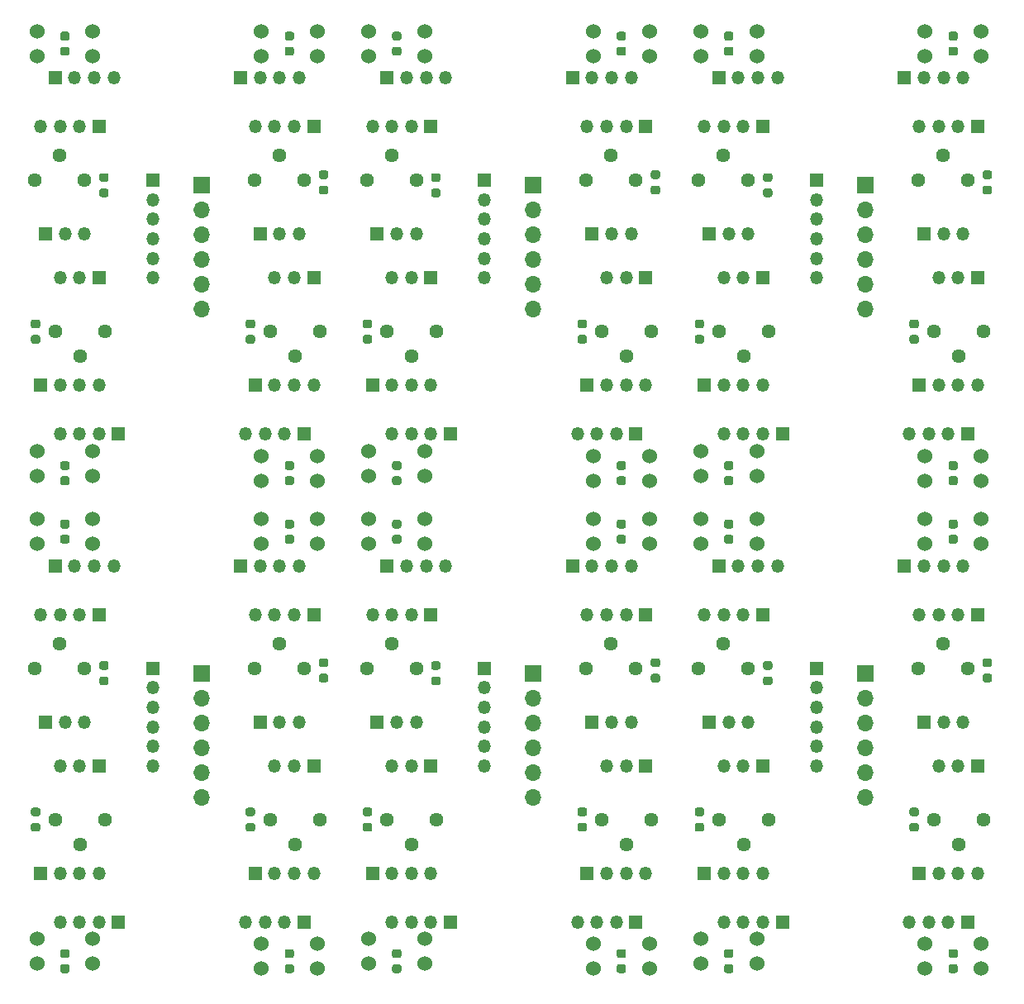
<source format=gts>
%TF.GenerationSoftware,KiCad,Pcbnew,(5.1.8)-1*%
%TF.CreationDate,2021-01-20T16:08:38+09:00*%
%TF.ProjectId,LineSensorVer2,4c696e65-5365-46e7-936f-72566572322e,rev?*%
%TF.SameCoordinates,Original*%
%TF.FileFunction,Soldermask,Top*%
%TF.FilePolarity,Negative*%
%FSLAX46Y46*%
G04 Gerber Fmt 4.6, Leading zero omitted, Abs format (unit mm)*
G04 Created by KiCad (PCBNEW (5.1.8)-1) date 2021-01-20 16:08:38*
%MOMM*%
%LPD*%
G01*
G04 APERTURE LIST*
%ADD10R,1.350000X1.350000*%
%ADD11O,1.350000X1.350000*%
%ADD12C,1.440000*%
%ADD13C,1.524000*%
%ADD14R,1.700000X1.700000*%
%ADD15O,1.700000X1.700000*%
G04 APERTURE END LIST*
D10*
%TO.C,J10*%
X75250000Y-85500000D03*
D11*
X77250000Y-85500000D03*
X79250000Y-85500000D03*
X81250000Y-85500000D03*
%TD*%
D10*
%TO.C,J6*%
X93250000Y-74500000D03*
D11*
X91250000Y-74500000D03*
X89250000Y-74500000D03*
%TD*%
D12*
%TO.C,RV1*%
X86670000Y-64500000D03*
X89210000Y-61960000D03*
X91750000Y-64500000D03*
%TD*%
D13*
%TO.C,U1*%
X92625000Y-51770000D03*
X92625000Y-49230000D03*
X86875000Y-49230000D03*
X86875000Y-51770000D03*
%TD*%
D10*
%TO.C,J14*%
X115250000Y-74500000D03*
D11*
X113250000Y-74500000D03*
X111250000Y-74500000D03*
%TD*%
D10*
%TO.C,J5*%
X95250000Y-90500000D03*
D11*
X93250000Y-90500000D03*
X91250000Y-90500000D03*
X89250000Y-90500000D03*
%TD*%
D10*
%TO.C,J2*%
X88750000Y-54000000D03*
D11*
X90750000Y-54000000D03*
X92750000Y-54000000D03*
X94750000Y-54000000D03*
%TD*%
%TO.C,C13*%
G36*
G01*
X113000000Y-95725000D02*
X112500000Y-95725000D01*
G75*
G02*
X112275000Y-95500000I0J225000D01*
G01*
X112275000Y-95050000D01*
G75*
G02*
X112500000Y-94825000I225000J0D01*
G01*
X113000000Y-94825000D01*
G75*
G02*
X113225000Y-95050000I0J-225000D01*
G01*
X113225000Y-95500000D01*
G75*
G02*
X113000000Y-95725000I-225000J0D01*
G01*
G37*
G36*
G01*
X113000000Y-94175000D02*
X112500000Y-94175000D01*
G75*
G02*
X112275000Y-93950000I0J225000D01*
G01*
X112275000Y-93500000D01*
G75*
G02*
X112500000Y-93275000I225000J0D01*
G01*
X113000000Y-93275000D01*
G75*
G02*
X113225000Y-93500000I0J-225000D01*
G01*
X113225000Y-93950000D01*
G75*
G02*
X113000000Y-94175000I-225000J0D01*
G01*
G37*
%TD*%
D10*
%TO.C,J12*%
X98750000Y-64500000D03*
D11*
X98750000Y-66500000D03*
X98750000Y-68500000D03*
X98750000Y-70500000D03*
X98750000Y-72500000D03*
X98750000Y-74500000D03*
%TD*%
%TO.C,D2*%
G36*
G01*
X93493750Y-63775000D02*
X94006250Y-63775000D01*
G75*
G02*
X94225000Y-63993750I0J-218750D01*
G01*
X94225000Y-64431250D01*
G75*
G02*
X94006250Y-64650000I-218750J0D01*
G01*
X93493750Y-64650000D01*
G75*
G02*
X93275000Y-64431250I0J218750D01*
G01*
X93275000Y-63993750D01*
G75*
G02*
X93493750Y-63775000I218750J0D01*
G01*
G37*
G36*
G01*
X93493750Y-65350000D02*
X94006250Y-65350000D01*
G75*
G02*
X94225000Y-65568750I0J-218750D01*
G01*
X94225000Y-66006250D01*
G75*
G02*
X94006250Y-66225000I-218750J0D01*
G01*
X93493750Y-66225000D01*
G75*
G02*
X93275000Y-66006250I0J218750D01*
G01*
X93275000Y-65568750D01*
G75*
G02*
X93493750Y-65350000I218750J0D01*
G01*
G37*
%TD*%
D10*
%TO.C,J10*%
X109250000Y-85500000D03*
D11*
X111250000Y-85500000D03*
X113250000Y-85500000D03*
X115250000Y-85500000D03*
%TD*%
%TO.C,C9*%
G36*
G01*
X113000000Y-51725000D02*
X112500000Y-51725000D01*
G75*
G02*
X112275000Y-51500000I0J225000D01*
G01*
X112275000Y-51050000D01*
G75*
G02*
X112500000Y-50825000I225000J0D01*
G01*
X113000000Y-50825000D01*
G75*
G02*
X113225000Y-51050000I0J-225000D01*
G01*
X113225000Y-51500000D01*
G75*
G02*
X113000000Y-51725000I-225000J0D01*
G01*
G37*
G36*
G01*
X113000000Y-50175000D02*
X112500000Y-50175000D01*
G75*
G02*
X112275000Y-49950000I0J225000D01*
G01*
X112275000Y-49500000D01*
G75*
G02*
X112500000Y-49275000I225000J0D01*
G01*
X113000000Y-49275000D01*
G75*
G02*
X113225000Y-49500000I0J-225000D01*
G01*
X113225000Y-49950000D01*
G75*
G02*
X113000000Y-50175000I-225000J0D01*
G01*
G37*
%TD*%
D13*
%TO.C,U3*%
X109875000Y-49230000D03*
X109875000Y-51770000D03*
X115625000Y-51770000D03*
X115625000Y-49230000D03*
%TD*%
%TO.C,U4*%
X109875000Y-92730000D03*
X109875000Y-95270000D03*
X115625000Y-95270000D03*
X115625000Y-92730000D03*
%TD*%
%TO.C,U2*%
X92625000Y-94770000D03*
X92625000Y-92230000D03*
X86875000Y-92230000D03*
X86875000Y-94770000D03*
%TD*%
D10*
%TO.C,J11*%
X114250000Y-90500000D03*
D11*
X112250000Y-90500000D03*
X110250000Y-90500000D03*
X108250000Y-90500000D03*
%TD*%
D10*
%TO.C,J8*%
X107750000Y-54000000D03*
D11*
X109750000Y-54000000D03*
X111750000Y-54000000D03*
X113750000Y-54000000D03*
%TD*%
D12*
%TO.C,RV3*%
X109170000Y-64500000D03*
X111710000Y-61960000D03*
X114250000Y-64500000D03*
%TD*%
D10*
%TO.C,J1*%
X93250000Y-59000000D03*
D11*
X91250000Y-59000000D03*
X89250000Y-59000000D03*
X87250000Y-59000000D03*
%TD*%
%TO.C,D6*%
G36*
G01*
X115993750Y-63487500D02*
X116506250Y-63487500D01*
G75*
G02*
X116725000Y-63706250I0J-218750D01*
G01*
X116725000Y-64143750D01*
G75*
G02*
X116506250Y-64362500I-218750J0D01*
G01*
X115993750Y-64362500D01*
G75*
G02*
X115775000Y-64143750I0J218750D01*
G01*
X115775000Y-63706250D01*
G75*
G02*
X115993750Y-63487500I218750J0D01*
G01*
G37*
G36*
G01*
X115993750Y-65062500D02*
X116506250Y-65062500D01*
G75*
G02*
X116725000Y-65281250I0J-218750D01*
G01*
X116725000Y-65718750D01*
G75*
G02*
X116506250Y-65937500I-218750J0D01*
G01*
X115993750Y-65937500D01*
G75*
G02*
X115775000Y-65718750I0J218750D01*
G01*
X115775000Y-65281250D01*
G75*
G02*
X115993750Y-65062500I218750J0D01*
G01*
G37*
%TD*%
D10*
%TO.C,J3*%
X87750000Y-70000000D03*
D11*
X89750000Y-70000000D03*
X91750000Y-70000000D03*
%TD*%
D14*
%TO.C,J13*%
X103750000Y-65000000D03*
D15*
X103750000Y-67540000D03*
X103750000Y-70080000D03*
X103750000Y-72620000D03*
X103750000Y-75160000D03*
X103750000Y-77700000D03*
%TD*%
D10*
%TO.C,J7*%
X115250000Y-59000000D03*
D11*
X113250000Y-59000000D03*
X111250000Y-59000000D03*
X109250000Y-59000000D03*
%TD*%
D12*
%TO.C,RV2*%
X93830000Y-80000000D03*
X91290000Y-82540000D03*
X88750000Y-80000000D03*
%TD*%
%TO.C,RV4*%
X115830000Y-80000000D03*
X113290000Y-82540000D03*
X110750000Y-80000000D03*
%TD*%
D10*
%TO.C,J9*%
X109750000Y-70000000D03*
D11*
X111750000Y-70000000D03*
X113750000Y-70000000D03*
%TD*%
%TO.C,D4*%
G36*
G01*
X87006250Y-81225000D02*
X86493750Y-81225000D01*
G75*
G02*
X86275000Y-81006250I0J218750D01*
G01*
X86275000Y-80568750D01*
G75*
G02*
X86493750Y-80350000I218750J0D01*
G01*
X87006250Y-80350000D01*
G75*
G02*
X87225000Y-80568750I0J-218750D01*
G01*
X87225000Y-81006250D01*
G75*
G02*
X87006250Y-81225000I-218750J0D01*
G01*
G37*
G36*
G01*
X87006250Y-79650000D02*
X86493750Y-79650000D01*
G75*
G02*
X86275000Y-79431250I0J218750D01*
G01*
X86275000Y-78993750D01*
G75*
G02*
X86493750Y-78775000I218750J0D01*
G01*
X87006250Y-78775000D01*
G75*
G02*
X87225000Y-78993750I0J-218750D01*
G01*
X87225000Y-79431250D01*
G75*
G02*
X87006250Y-79650000I-218750J0D01*
G01*
G37*
%TD*%
D10*
%TO.C,J4*%
X87250000Y-85500000D03*
D11*
X89250000Y-85500000D03*
X91250000Y-85500000D03*
X93250000Y-85500000D03*
%TD*%
%TO.C,D8*%
G36*
G01*
X109006250Y-81225000D02*
X108493750Y-81225000D01*
G75*
G02*
X108275000Y-81006250I0J218750D01*
G01*
X108275000Y-80568750D01*
G75*
G02*
X108493750Y-80350000I218750J0D01*
G01*
X109006250Y-80350000D01*
G75*
G02*
X109225000Y-80568750I0J-218750D01*
G01*
X109225000Y-81006250D01*
G75*
G02*
X109006250Y-81225000I-218750J0D01*
G01*
G37*
G36*
G01*
X109006250Y-79650000D02*
X108493750Y-79650000D01*
G75*
G02*
X108275000Y-79431250I0J218750D01*
G01*
X108275000Y-78993750D01*
G75*
G02*
X108493750Y-78775000I218750J0D01*
G01*
X109006250Y-78775000D01*
G75*
G02*
X109225000Y-78993750I0J-218750D01*
G01*
X109225000Y-79431250D01*
G75*
G02*
X109006250Y-79650000I-218750J0D01*
G01*
G37*
%TD*%
%TO.C,C6*%
G36*
G01*
X90000000Y-95725000D02*
X89500000Y-95725000D01*
G75*
G02*
X89275000Y-95500000I0J225000D01*
G01*
X89275000Y-95050000D01*
G75*
G02*
X89500000Y-94825000I225000J0D01*
G01*
X90000000Y-94825000D01*
G75*
G02*
X90225000Y-95050000I0J-225000D01*
G01*
X90225000Y-95500000D01*
G75*
G02*
X90000000Y-95725000I-225000J0D01*
G01*
G37*
G36*
G01*
X90000000Y-94175000D02*
X89500000Y-94175000D01*
G75*
G02*
X89275000Y-93950000I0J225000D01*
G01*
X89275000Y-93500000D01*
G75*
G02*
X89500000Y-93275000I225000J0D01*
G01*
X90000000Y-93275000D01*
G75*
G02*
X90225000Y-93500000I0J-225000D01*
G01*
X90225000Y-93950000D01*
G75*
G02*
X90000000Y-94175000I-225000J0D01*
G01*
G37*
%TD*%
%TO.C,C3*%
G36*
G01*
X89500000Y-49275000D02*
X90000000Y-49275000D01*
G75*
G02*
X90225000Y-49500000I0J-225000D01*
G01*
X90225000Y-49950000D01*
G75*
G02*
X90000000Y-50175000I-225000J0D01*
G01*
X89500000Y-50175000D01*
G75*
G02*
X89275000Y-49950000I0J225000D01*
G01*
X89275000Y-49500000D01*
G75*
G02*
X89500000Y-49275000I225000J0D01*
G01*
G37*
G36*
G01*
X89500000Y-50825000D02*
X90000000Y-50825000D01*
G75*
G02*
X90225000Y-51050000I0J-225000D01*
G01*
X90225000Y-51500000D01*
G75*
G02*
X90000000Y-51725000I-225000J0D01*
G01*
X89500000Y-51725000D01*
G75*
G02*
X89275000Y-51500000I0J225000D01*
G01*
X89275000Y-51050000D01*
G75*
G02*
X89500000Y-50825000I225000J0D01*
G01*
G37*
%TD*%
%TO.C,J9*%
X147750000Y-70000000D03*
X145750000Y-70000000D03*
D10*
X143750000Y-70000000D03*
%TD*%
%TO.C,D4*%
G36*
G01*
X121006250Y-79650000D02*
X120493750Y-79650000D01*
G75*
G02*
X120275000Y-79431250I0J218750D01*
G01*
X120275000Y-78993750D01*
G75*
G02*
X120493750Y-78775000I218750J0D01*
G01*
X121006250Y-78775000D01*
G75*
G02*
X121225000Y-78993750I0J-218750D01*
G01*
X121225000Y-79431250D01*
G75*
G02*
X121006250Y-79650000I-218750J0D01*
G01*
G37*
G36*
G01*
X121006250Y-81225000D02*
X120493750Y-81225000D01*
G75*
G02*
X120275000Y-81006250I0J218750D01*
G01*
X120275000Y-80568750D01*
G75*
G02*
X120493750Y-80350000I218750J0D01*
G01*
X121006250Y-80350000D01*
G75*
G02*
X121225000Y-80568750I0J-218750D01*
G01*
X121225000Y-81006250D01*
G75*
G02*
X121006250Y-81225000I-218750J0D01*
G01*
G37*
%TD*%
%TO.C,C3*%
G36*
G01*
X123500000Y-50825000D02*
X124000000Y-50825000D01*
G75*
G02*
X124225000Y-51050000I0J-225000D01*
G01*
X124225000Y-51500000D01*
G75*
G02*
X124000000Y-51725000I-225000J0D01*
G01*
X123500000Y-51725000D01*
G75*
G02*
X123275000Y-51500000I0J225000D01*
G01*
X123275000Y-51050000D01*
G75*
G02*
X123500000Y-50825000I225000J0D01*
G01*
G37*
G36*
G01*
X123500000Y-49275000D02*
X124000000Y-49275000D01*
G75*
G02*
X124225000Y-49500000I0J-225000D01*
G01*
X124225000Y-49950000D01*
G75*
G02*
X124000000Y-50175000I-225000J0D01*
G01*
X123500000Y-50175000D01*
G75*
G02*
X123275000Y-49950000I0J225000D01*
G01*
X123275000Y-49500000D01*
G75*
G02*
X123500000Y-49275000I225000J0D01*
G01*
G37*
%TD*%
D11*
%TO.C,J4*%
X127250000Y-85500000D03*
X125250000Y-85500000D03*
X123250000Y-85500000D03*
D10*
X121250000Y-85500000D03*
%TD*%
%TO.C,C6*%
G36*
G01*
X124000000Y-94175000D02*
X123500000Y-94175000D01*
G75*
G02*
X123275000Y-93950000I0J225000D01*
G01*
X123275000Y-93500000D01*
G75*
G02*
X123500000Y-93275000I225000J0D01*
G01*
X124000000Y-93275000D01*
G75*
G02*
X124225000Y-93500000I0J-225000D01*
G01*
X124225000Y-93950000D01*
G75*
G02*
X124000000Y-94175000I-225000J0D01*
G01*
G37*
G36*
G01*
X124000000Y-95725000D02*
X123500000Y-95725000D01*
G75*
G02*
X123275000Y-95500000I0J225000D01*
G01*
X123275000Y-95050000D01*
G75*
G02*
X123500000Y-94825000I225000J0D01*
G01*
X124000000Y-94825000D01*
G75*
G02*
X124225000Y-95050000I0J-225000D01*
G01*
X124225000Y-95500000D01*
G75*
G02*
X124000000Y-95725000I-225000J0D01*
G01*
G37*
%TD*%
%TO.C,D8*%
G36*
G01*
X143006250Y-79650000D02*
X142493750Y-79650000D01*
G75*
G02*
X142275000Y-79431250I0J218750D01*
G01*
X142275000Y-78993750D01*
G75*
G02*
X142493750Y-78775000I218750J0D01*
G01*
X143006250Y-78775000D01*
G75*
G02*
X143225000Y-78993750I0J-218750D01*
G01*
X143225000Y-79431250D01*
G75*
G02*
X143006250Y-79650000I-218750J0D01*
G01*
G37*
G36*
G01*
X143006250Y-81225000D02*
X142493750Y-81225000D01*
G75*
G02*
X142275000Y-81006250I0J218750D01*
G01*
X142275000Y-80568750D01*
G75*
G02*
X142493750Y-80350000I218750J0D01*
G01*
X143006250Y-80350000D01*
G75*
G02*
X143225000Y-80568750I0J-218750D01*
G01*
X143225000Y-81006250D01*
G75*
G02*
X143006250Y-81225000I-218750J0D01*
G01*
G37*
%TD*%
D11*
%TO.C,J6*%
X123250000Y-74500000D03*
X125250000Y-74500000D03*
D10*
X127250000Y-74500000D03*
%TD*%
D11*
%TO.C,J14*%
X145250000Y-74500000D03*
X147250000Y-74500000D03*
D10*
X149250000Y-74500000D03*
%TD*%
D11*
%TO.C,J5*%
X123250000Y-90500000D03*
X125250000Y-90500000D03*
X127250000Y-90500000D03*
D10*
X129250000Y-90500000D03*
%TD*%
%TO.C,C13*%
G36*
G01*
X147000000Y-94175000D02*
X146500000Y-94175000D01*
G75*
G02*
X146275000Y-93950000I0J225000D01*
G01*
X146275000Y-93500000D01*
G75*
G02*
X146500000Y-93275000I225000J0D01*
G01*
X147000000Y-93275000D01*
G75*
G02*
X147225000Y-93500000I0J-225000D01*
G01*
X147225000Y-93950000D01*
G75*
G02*
X147000000Y-94175000I-225000J0D01*
G01*
G37*
G36*
G01*
X147000000Y-95725000D02*
X146500000Y-95725000D01*
G75*
G02*
X146275000Y-95500000I0J225000D01*
G01*
X146275000Y-95050000D01*
G75*
G02*
X146500000Y-94825000I225000J0D01*
G01*
X147000000Y-94825000D01*
G75*
G02*
X147225000Y-95050000I0J-225000D01*
G01*
X147225000Y-95500000D01*
G75*
G02*
X147000000Y-95725000I-225000J0D01*
G01*
G37*
%TD*%
D11*
%TO.C,J12*%
X132750000Y-74500000D03*
X132750000Y-72500000D03*
X132750000Y-70500000D03*
X132750000Y-68500000D03*
X132750000Y-66500000D03*
D10*
X132750000Y-64500000D03*
%TD*%
%TO.C,D2*%
G36*
G01*
X127493750Y-65350000D02*
X128006250Y-65350000D01*
G75*
G02*
X128225000Y-65568750I0J-218750D01*
G01*
X128225000Y-66006250D01*
G75*
G02*
X128006250Y-66225000I-218750J0D01*
G01*
X127493750Y-66225000D01*
G75*
G02*
X127275000Y-66006250I0J218750D01*
G01*
X127275000Y-65568750D01*
G75*
G02*
X127493750Y-65350000I218750J0D01*
G01*
G37*
G36*
G01*
X127493750Y-63775000D02*
X128006250Y-63775000D01*
G75*
G02*
X128225000Y-63993750I0J-218750D01*
G01*
X128225000Y-64431250D01*
G75*
G02*
X128006250Y-64650000I-218750J0D01*
G01*
X127493750Y-64650000D01*
G75*
G02*
X127275000Y-64431250I0J218750D01*
G01*
X127275000Y-63993750D01*
G75*
G02*
X127493750Y-63775000I218750J0D01*
G01*
G37*
%TD*%
D13*
%TO.C,U1*%
X120875000Y-51770000D03*
X120875000Y-49230000D03*
X126625000Y-49230000D03*
X126625000Y-51770000D03*
%TD*%
D11*
%TO.C,J10*%
X149250000Y-85500000D03*
X147250000Y-85500000D03*
X145250000Y-85500000D03*
D10*
X143250000Y-85500000D03*
%TD*%
D11*
%TO.C,J2*%
X128750000Y-54000000D03*
X126750000Y-54000000D03*
X124750000Y-54000000D03*
D10*
X122750000Y-54000000D03*
%TD*%
%TO.C,C9*%
G36*
G01*
X147000000Y-50175000D02*
X146500000Y-50175000D01*
G75*
G02*
X146275000Y-49950000I0J225000D01*
G01*
X146275000Y-49500000D01*
G75*
G02*
X146500000Y-49275000I225000J0D01*
G01*
X147000000Y-49275000D01*
G75*
G02*
X147225000Y-49500000I0J-225000D01*
G01*
X147225000Y-49950000D01*
G75*
G02*
X147000000Y-50175000I-225000J0D01*
G01*
G37*
G36*
G01*
X147000000Y-51725000D02*
X146500000Y-51725000D01*
G75*
G02*
X146275000Y-51500000I0J225000D01*
G01*
X146275000Y-51050000D01*
G75*
G02*
X146500000Y-50825000I225000J0D01*
G01*
X147000000Y-50825000D01*
G75*
G02*
X147225000Y-51050000I0J-225000D01*
G01*
X147225000Y-51500000D01*
G75*
G02*
X147000000Y-51725000I-225000J0D01*
G01*
G37*
%TD*%
D12*
%TO.C,RV1*%
X125750000Y-64500000D03*
X123210000Y-61960000D03*
X120670000Y-64500000D03*
%TD*%
D13*
%TO.C,U3*%
X149625000Y-49230000D03*
X149625000Y-51770000D03*
X143875000Y-51770000D03*
X143875000Y-49230000D03*
%TD*%
%TO.C,D6*%
G36*
G01*
X149993750Y-65062500D02*
X150506250Y-65062500D01*
G75*
G02*
X150725000Y-65281250I0J-218750D01*
G01*
X150725000Y-65718750D01*
G75*
G02*
X150506250Y-65937500I-218750J0D01*
G01*
X149993750Y-65937500D01*
G75*
G02*
X149775000Y-65718750I0J218750D01*
G01*
X149775000Y-65281250D01*
G75*
G02*
X149993750Y-65062500I218750J0D01*
G01*
G37*
G36*
G01*
X149993750Y-63487500D02*
X150506250Y-63487500D01*
G75*
G02*
X150725000Y-63706250I0J-218750D01*
G01*
X150725000Y-64143750D01*
G75*
G02*
X150506250Y-64362500I-218750J0D01*
G01*
X149993750Y-64362500D01*
G75*
G02*
X149775000Y-64143750I0J218750D01*
G01*
X149775000Y-63706250D01*
G75*
G02*
X149993750Y-63487500I218750J0D01*
G01*
G37*
%TD*%
D11*
%TO.C,J3*%
X125750000Y-70000000D03*
X123750000Y-70000000D03*
D10*
X121750000Y-70000000D03*
%TD*%
D11*
%TO.C,J1*%
X121250000Y-59000000D03*
X123250000Y-59000000D03*
X125250000Y-59000000D03*
D10*
X127250000Y-59000000D03*
%TD*%
D13*
%TO.C,U4*%
X149625000Y-92730000D03*
X149625000Y-95270000D03*
X143875000Y-95270000D03*
X143875000Y-92730000D03*
%TD*%
D15*
%TO.C,J13*%
X137750000Y-77700000D03*
X137750000Y-75160000D03*
X137750000Y-72620000D03*
X137750000Y-70080000D03*
X137750000Y-67540000D03*
D14*
X137750000Y-65000000D03*
%TD*%
D13*
%TO.C,U2*%
X120875000Y-94770000D03*
X120875000Y-92230000D03*
X126625000Y-92230000D03*
X126625000Y-94770000D03*
%TD*%
D12*
%TO.C,RV2*%
X122750000Y-80000000D03*
X125290000Y-82540000D03*
X127830000Y-80000000D03*
%TD*%
%TO.C,RV3*%
X148250000Y-64500000D03*
X145710000Y-61960000D03*
X143170000Y-64500000D03*
%TD*%
D11*
%TO.C,J7*%
X143250000Y-59000000D03*
X145250000Y-59000000D03*
X147250000Y-59000000D03*
D10*
X149250000Y-59000000D03*
%TD*%
D11*
%TO.C,J11*%
X142250000Y-90500000D03*
X144250000Y-90500000D03*
X146250000Y-90500000D03*
D10*
X148250000Y-90500000D03*
%TD*%
D11*
%TO.C,J8*%
X147750000Y-54000000D03*
X145750000Y-54000000D03*
X143750000Y-54000000D03*
D10*
X141750000Y-54000000D03*
%TD*%
D12*
%TO.C,RV4*%
X144750000Y-80000000D03*
X147290000Y-82540000D03*
X149830000Y-80000000D03*
%TD*%
%TO.C,C3*%
G36*
G01*
X55500000Y-49275000D02*
X56000000Y-49275000D01*
G75*
G02*
X56225000Y-49500000I0J-225000D01*
G01*
X56225000Y-49950000D01*
G75*
G02*
X56000000Y-50175000I-225000J0D01*
G01*
X55500000Y-50175000D01*
G75*
G02*
X55275000Y-49950000I0J225000D01*
G01*
X55275000Y-49500000D01*
G75*
G02*
X55500000Y-49275000I225000J0D01*
G01*
G37*
G36*
G01*
X55500000Y-50825000D02*
X56000000Y-50825000D01*
G75*
G02*
X56225000Y-51050000I0J-225000D01*
G01*
X56225000Y-51500000D01*
G75*
G02*
X56000000Y-51725000I-225000J0D01*
G01*
X55500000Y-51725000D01*
G75*
G02*
X55275000Y-51500000I0J225000D01*
G01*
X55275000Y-51050000D01*
G75*
G02*
X55500000Y-50825000I225000J0D01*
G01*
G37*
%TD*%
D10*
%TO.C,J4*%
X53250000Y-85500000D03*
D11*
X55250000Y-85500000D03*
X57250000Y-85500000D03*
X59250000Y-85500000D03*
%TD*%
D10*
%TO.C,J9*%
X75750000Y-70000000D03*
D11*
X77750000Y-70000000D03*
X79750000Y-70000000D03*
%TD*%
%TO.C,D4*%
G36*
G01*
X53006250Y-81225000D02*
X52493750Y-81225000D01*
G75*
G02*
X52275000Y-81006250I0J218750D01*
G01*
X52275000Y-80568750D01*
G75*
G02*
X52493750Y-80350000I218750J0D01*
G01*
X53006250Y-80350000D01*
G75*
G02*
X53225000Y-80568750I0J-218750D01*
G01*
X53225000Y-81006250D01*
G75*
G02*
X53006250Y-81225000I-218750J0D01*
G01*
G37*
G36*
G01*
X53006250Y-79650000D02*
X52493750Y-79650000D01*
G75*
G02*
X52275000Y-79431250I0J218750D01*
G01*
X52275000Y-78993750D01*
G75*
G02*
X52493750Y-78775000I218750J0D01*
G01*
X53006250Y-78775000D01*
G75*
G02*
X53225000Y-78993750I0J-218750D01*
G01*
X53225000Y-79431250D01*
G75*
G02*
X53006250Y-79650000I-218750J0D01*
G01*
G37*
%TD*%
%TO.C,C6*%
G36*
G01*
X56000000Y-95725000D02*
X55500000Y-95725000D01*
G75*
G02*
X55275000Y-95500000I0J225000D01*
G01*
X55275000Y-95050000D01*
G75*
G02*
X55500000Y-94825000I225000J0D01*
G01*
X56000000Y-94825000D01*
G75*
G02*
X56225000Y-95050000I0J-225000D01*
G01*
X56225000Y-95500000D01*
G75*
G02*
X56000000Y-95725000I-225000J0D01*
G01*
G37*
G36*
G01*
X56000000Y-94175000D02*
X55500000Y-94175000D01*
G75*
G02*
X55275000Y-93950000I0J225000D01*
G01*
X55275000Y-93500000D01*
G75*
G02*
X55500000Y-93275000I225000J0D01*
G01*
X56000000Y-93275000D01*
G75*
G02*
X56225000Y-93500000I0J-225000D01*
G01*
X56225000Y-93950000D01*
G75*
G02*
X56000000Y-94175000I-225000J0D01*
G01*
G37*
%TD*%
%TO.C,D8*%
G36*
G01*
X75006250Y-81225000D02*
X74493750Y-81225000D01*
G75*
G02*
X74275000Y-81006250I0J218750D01*
G01*
X74275000Y-80568750D01*
G75*
G02*
X74493750Y-80350000I218750J0D01*
G01*
X75006250Y-80350000D01*
G75*
G02*
X75225000Y-80568750I0J-218750D01*
G01*
X75225000Y-81006250D01*
G75*
G02*
X75006250Y-81225000I-218750J0D01*
G01*
G37*
G36*
G01*
X75006250Y-79650000D02*
X74493750Y-79650000D01*
G75*
G02*
X74275000Y-79431250I0J218750D01*
G01*
X74275000Y-78993750D01*
G75*
G02*
X74493750Y-78775000I218750J0D01*
G01*
X75006250Y-78775000D01*
G75*
G02*
X75225000Y-78993750I0J-218750D01*
G01*
X75225000Y-79431250D01*
G75*
G02*
X75006250Y-79650000I-218750J0D01*
G01*
G37*
%TD*%
D10*
%TO.C,J6*%
X59250000Y-74500000D03*
D11*
X57250000Y-74500000D03*
X55250000Y-74500000D03*
%TD*%
D10*
%TO.C,J14*%
X81250000Y-74500000D03*
D11*
X79250000Y-74500000D03*
X77250000Y-74500000D03*
%TD*%
%TO.C,D2*%
G36*
G01*
X59493750Y-63775000D02*
X60006250Y-63775000D01*
G75*
G02*
X60225000Y-63993750I0J-218750D01*
G01*
X60225000Y-64431250D01*
G75*
G02*
X60006250Y-64650000I-218750J0D01*
G01*
X59493750Y-64650000D01*
G75*
G02*
X59275000Y-64431250I0J218750D01*
G01*
X59275000Y-63993750D01*
G75*
G02*
X59493750Y-63775000I218750J0D01*
G01*
G37*
G36*
G01*
X59493750Y-65350000D02*
X60006250Y-65350000D01*
G75*
G02*
X60225000Y-65568750I0J-218750D01*
G01*
X60225000Y-66006250D01*
G75*
G02*
X60006250Y-66225000I-218750J0D01*
G01*
X59493750Y-66225000D01*
G75*
G02*
X59275000Y-66006250I0J218750D01*
G01*
X59275000Y-65568750D01*
G75*
G02*
X59493750Y-65350000I218750J0D01*
G01*
G37*
%TD*%
D10*
%TO.C,J5*%
X61250000Y-90500000D03*
D11*
X59250000Y-90500000D03*
X57250000Y-90500000D03*
X55250000Y-90500000D03*
%TD*%
D10*
%TO.C,J12*%
X64750000Y-64500000D03*
D11*
X64750000Y-66500000D03*
X64750000Y-68500000D03*
X64750000Y-70500000D03*
X64750000Y-72500000D03*
X64750000Y-74500000D03*
%TD*%
%TO.C,C13*%
G36*
G01*
X79000000Y-95725000D02*
X78500000Y-95725000D01*
G75*
G02*
X78275000Y-95500000I0J225000D01*
G01*
X78275000Y-95050000D01*
G75*
G02*
X78500000Y-94825000I225000J0D01*
G01*
X79000000Y-94825000D01*
G75*
G02*
X79225000Y-95050000I0J-225000D01*
G01*
X79225000Y-95500000D01*
G75*
G02*
X79000000Y-95725000I-225000J0D01*
G01*
G37*
G36*
G01*
X79000000Y-94175000D02*
X78500000Y-94175000D01*
G75*
G02*
X78275000Y-93950000I0J225000D01*
G01*
X78275000Y-93500000D01*
G75*
G02*
X78500000Y-93275000I225000J0D01*
G01*
X79000000Y-93275000D01*
G75*
G02*
X79225000Y-93500000I0J-225000D01*
G01*
X79225000Y-93950000D01*
G75*
G02*
X79000000Y-94175000I-225000J0D01*
G01*
G37*
%TD*%
%TO.C,C9*%
G36*
G01*
X79000000Y-51725000D02*
X78500000Y-51725000D01*
G75*
G02*
X78275000Y-51500000I0J225000D01*
G01*
X78275000Y-51050000D01*
G75*
G02*
X78500000Y-50825000I225000J0D01*
G01*
X79000000Y-50825000D01*
G75*
G02*
X79225000Y-51050000I0J-225000D01*
G01*
X79225000Y-51500000D01*
G75*
G02*
X79000000Y-51725000I-225000J0D01*
G01*
G37*
G36*
G01*
X79000000Y-50175000D02*
X78500000Y-50175000D01*
G75*
G02*
X78275000Y-49950000I0J225000D01*
G01*
X78275000Y-49500000D01*
G75*
G02*
X78500000Y-49275000I225000J0D01*
G01*
X79000000Y-49275000D01*
G75*
G02*
X79225000Y-49500000I0J-225000D01*
G01*
X79225000Y-49950000D01*
G75*
G02*
X79000000Y-50175000I-225000J0D01*
G01*
G37*
%TD*%
D10*
%TO.C,J3*%
X53750000Y-70000000D03*
D11*
X55750000Y-70000000D03*
X57750000Y-70000000D03*
%TD*%
%TO.C,D6*%
G36*
G01*
X81993750Y-63487500D02*
X82506250Y-63487500D01*
G75*
G02*
X82725000Y-63706250I0J-218750D01*
G01*
X82725000Y-64143750D01*
G75*
G02*
X82506250Y-64362500I-218750J0D01*
G01*
X81993750Y-64362500D01*
G75*
G02*
X81775000Y-64143750I0J218750D01*
G01*
X81775000Y-63706250D01*
G75*
G02*
X81993750Y-63487500I218750J0D01*
G01*
G37*
G36*
G01*
X81993750Y-65062500D02*
X82506250Y-65062500D01*
G75*
G02*
X82725000Y-65281250I0J-218750D01*
G01*
X82725000Y-65718750D01*
G75*
G02*
X82506250Y-65937500I-218750J0D01*
G01*
X81993750Y-65937500D01*
G75*
G02*
X81775000Y-65718750I0J218750D01*
G01*
X81775000Y-65281250D01*
G75*
G02*
X81993750Y-65062500I218750J0D01*
G01*
G37*
%TD*%
D13*
%TO.C,U4*%
X75875000Y-92730000D03*
X75875000Y-95270000D03*
X81625000Y-95270000D03*
X81625000Y-92730000D03*
%TD*%
D14*
%TO.C,J13*%
X69750000Y-65000000D03*
D15*
X69750000Y-67540000D03*
X69750000Y-70080000D03*
X69750000Y-72620000D03*
X69750000Y-75160000D03*
X69750000Y-77700000D03*
%TD*%
D13*
%TO.C,U1*%
X58625000Y-51770000D03*
X58625000Y-49230000D03*
X52875000Y-49230000D03*
X52875000Y-51770000D03*
%TD*%
D10*
%TO.C,J7*%
X81250000Y-59000000D03*
D11*
X79250000Y-59000000D03*
X77250000Y-59000000D03*
X75250000Y-59000000D03*
%TD*%
D13*
%TO.C,U2*%
X58625000Y-94770000D03*
X58625000Y-92230000D03*
X52875000Y-92230000D03*
X52875000Y-94770000D03*
%TD*%
D10*
%TO.C,J11*%
X80250000Y-90500000D03*
D11*
X78250000Y-90500000D03*
X76250000Y-90500000D03*
X74250000Y-90500000D03*
%TD*%
D10*
%TO.C,J2*%
X54750000Y-54000000D03*
D11*
X56750000Y-54000000D03*
X58750000Y-54000000D03*
X60750000Y-54000000D03*
%TD*%
D10*
%TO.C,J8*%
X73750000Y-54000000D03*
D11*
X75750000Y-54000000D03*
X77750000Y-54000000D03*
X79750000Y-54000000D03*
%TD*%
D10*
%TO.C,J1*%
X59250000Y-59000000D03*
D11*
X57250000Y-59000000D03*
X55250000Y-59000000D03*
X53250000Y-59000000D03*
%TD*%
D13*
%TO.C,U3*%
X75875000Y-49230000D03*
X75875000Y-51770000D03*
X81625000Y-51770000D03*
X81625000Y-49230000D03*
%TD*%
D12*
%TO.C,RV3*%
X75170000Y-64500000D03*
X77710000Y-61960000D03*
X80250000Y-64500000D03*
%TD*%
%TO.C,RV1*%
X52670000Y-64500000D03*
X55210000Y-61960000D03*
X57750000Y-64500000D03*
%TD*%
%TO.C,RV2*%
X59830000Y-80000000D03*
X57290000Y-82540000D03*
X54750000Y-80000000D03*
%TD*%
%TO.C,RV4*%
X81830000Y-80000000D03*
X79290000Y-82540000D03*
X76750000Y-80000000D03*
%TD*%
%TO.C,C9*%
G36*
G01*
X147000000Y-100175000D02*
X146500000Y-100175000D01*
G75*
G02*
X146275000Y-99950000I0J225000D01*
G01*
X146275000Y-99500000D01*
G75*
G02*
X146500000Y-99275000I225000J0D01*
G01*
X147000000Y-99275000D01*
G75*
G02*
X147225000Y-99500000I0J-225000D01*
G01*
X147225000Y-99950000D01*
G75*
G02*
X147000000Y-100175000I-225000J0D01*
G01*
G37*
G36*
G01*
X147000000Y-101725000D02*
X146500000Y-101725000D01*
G75*
G02*
X146275000Y-101500000I0J225000D01*
G01*
X146275000Y-101050000D01*
G75*
G02*
X146500000Y-100825000I225000J0D01*
G01*
X147000000Y-100825000D01*
G75*
G02*
X147225000Y-101050000I0J-225000D01*
G01*
X147225000Y-101500000D01*
G75*
G02*
X147000000Y-101725000I-225000J0D01*
G01*
G37*
%TD*%
%TO.C,D2*%
G36*
G01*
X127493750Y-115350000D02*
X128006250Y-115350000D01*
G75*
G02*
X128225000Y-115568750I0J-218750D01*
G01*
X128225000Y-116006250D01*
G75*
G02*
X128006250Y-116225000I-218750J0D01*
G01*
X127493750Y-116225000D01*
G75*
G02*
X127275000Y-116006250I0J218750D01*
G01*
X127275000Y-115568750D01*
G75*
G02*
X127493750Y-115350000I218750J0D01*
G01*
G37*
G36*
G01*
X127493750Y-113775000D02*
X128006250Y-113775000D01*
G75*
G02*
X128225000Y-113993750I0J-218750D01*
G01*
X128225000Y-114431250D01*
G75*
G02*
X128006250Y-114650000I-218750J0D01*
G01*
X127493750Y-114650000D01*
G75*
G02*
X127275000Y-114431250I0J218750D01*
G01*
X127275000Y-113993750D01*
G75*
G02*
X127493750Y-113775000I218750J0D01*
G01*
G37*
%TD*%
%TO.C,C13*%
G36*
G01*
X147000000Y-144175000D02*
X146500000Y-144175000D01*
G75*
G02*
X146275000Y-143950000I0J225000D01*
G01*
X146275000Y-143500000D01*
G75*
G02*
X146500000Y-143275000I225000J0D01*
G01*
X147000000Y-143275000D01*
G75*
G02*
X147225000Y-143500000I0J-225000D01*
G01*
X147225000Y-143950000D01*
G75*
G02*
X147000000Y-144175000I-225000J0D01*
G01*
G37*
G36*
G01*
X147000000Y-145725000D02*
X146500000Y-145725000D01*
G75*
G02*
X146275000Y-145500000I0J225000D01*
G01*
X146275000Y-145050000D01*
G75*
G02*
X146500000Y-144825000I225000J0D01*
G01*
X147000000Y-144825000D01*
G75*
G02*
X147225000Y-145050000I0J-225000D01*
G01*
X147225000Y-145500000D01*
G75*
G02*
X147000000Y-145725000I-225000J0D01*
G01*
G37*
%TD*%
D11*
%TO.C,J5*%
X123250000Y-140500000D03*
X125250000Y-140500000D03*
X127250000Y-140500000D03*
D10*
X129250000Y-140500000D03*
%TD*%
D11*
%TO.C,J12*%
X132750000Y-124500000D03*
X132750000Y-122500000D03*
X132750000Y-120500000D03*
X132750000Y-118500000D03*
X132750000Y-116500000D03*
D10*
X132750000Y-114500000D03*
%TD*%
D11*
%TO.C,J6*%
X123250000Y-124500000D03*
X125250000Y-124500000D03*
D10*
X127250000Y-124500000D03*
%TD*%
%TO.C,D4*%
G36*
G01*
X121006250Y-129650000D02*
X120493750Y-129650000D01*
G75*
G02*
X120275000Y-129431250I0J218750D01*
G01*
X120275000Y-128993750D01*
G75*
G02*
X120493750Y-128775000I218750J0D01*
G01*
X121006250Y-128775000D01*
G75*
G02*
X121225000Y-128993750I0J-218750D01*
G01*
X121225000Y-129431250D01*
G75*
G02*
X121006250Y-129650000I-218750J0D01*
G01*
G37*
G36*
G01*
X121006250Y-131225000D02*
X120493750Y-131225000D01*
G75*
G02*
X120275000Y-131006250I0J218750D01*
G01*
X120275000Y-130568750D01*
G75*
G02*
X120493750Y-130350000I218750J0D01*
G01*
X121006250Y-130350000D01*
G75*
G02*
X121225000Y-130568750I0J-218750D01*
G01*
X121225000Y-131006250D01*
G75*
G02*
X121006250Y-131225000I-218750J0D01*
G01*
G37*
%TD*%
%TO.C,D8*%
G36*
G01*
X143006250Y-129650000D02*
X142493750Y-129650000D01*
G75*
G02*
X142275000Y-129431250I0J218750D01*
G01*
X142275000Y-128993750D01*
G75*
G02*
X142493750Y-128775000I218750J0D01*
G01*
X143006250Y-128775000D01*
G75*
G02*
X143225000Y-128993750I0J-218750D01*
G01*
X143225000Y-129431250D01*
G75*
G02*
X143006250Y-129650000I-218750J0D01*
G01*
G37*
G36*
G01*
X143006250Y-131225000D02*
X142493750Y-131225000D01*
G75*
G02*
X142275000Y-131006250I0J218750D01*
G01*
X142275000Y-130568750D01*
G75*
G02*
X142493750Y-130350000I218750J0D01*
G01*
X143006250Y-130350000D01*
G75*
G02*
X143225000Y-130568750I0J-218750D01*
G01*
X143225000Y-131006250D01*
G75*
G02*
X143006250Y-131225000I-218750J0D01*
G01*
G37*
%TD*%
D11*
%TO.C,J4*%
X127250000Y-135500000D03*
X125250000Y-135500000D03*
X123250000Y-135500000D03*
D10*
X121250000Y-135500000D03*
%TD*%
%TO.C,C6*%
G36*
G01*
X124000000Y-144175000D02*
X123500000Y-144175000D01*
G75*
G02*
X123275000Y-143950000I0J225000D01*
G01*
X123275000Y-143500000D01*
G75*
G02*
X123500000Y-143275000I225000J0D01*
G01*
X124000000Y-143275000D01*
G75*
G02*
X124225000Y-143500000I0J-225000D01*
G01*
X124225000Y-143950000D01*
G75*
G02*
X124000000Y-144175000I-225000J0D01*
G01*
G37*
G36*
G01*
X124000000Y-145725000D02*
X123500000Y-145725000D01*
G75*
G02*
X123275000Y-145500000I0J225000D01*
G01*
X123275000Y-145050000D01*
G75*
G02*
X123500000Y-144825000I225000J0D01*
G01*
X124000000Y-144825000D01*
G75*
G02*
X124225000Y-145050000I0J-225000D01*
G01*
X124225000Y-145500000D01*
G75*
G02*
X124000000Y-145725000I-225000J0D01*
G01*
G37*
%TD*%
%TO.C,C3*%
G36*
G01*
X123500000Y-100825000D02*
X124000000Y-100825000D01*
G75*
G02*
X124225000Y-101050000I0J-225000D01*
G01*
X124225000Y-101500000D01*
G75*
G02*
X124000000Y-101725000I-225000J0D01*
G01*
X123500000Y-101725000D01*
G75*
G02*
X123275000Y-101500000I0J225000D01*
G01*
X123275000Y-101050000D01*
G75*
G02*
X123500000Y-100825000I225000J0D01*
G01*
G37*
G36*
G01*
X123500000Y-99275000D02*
X124000000Y-99275000D01*
G75*
G02*
X124225000Y-99500000I0J-225000D01*
G01*
X124225000Y-99950000D01*
G75*
G02*
X124000000Y-100175000I-225000J0D01*
G01*
X123500000Y-100175000D01*
G75*
G02*
X123275000Y-99950000I0J225000D01*
G01*
X123275000Y-99500000D01*
G75*
G02*
X123500000Y-99275000I225000J0D01*
G01*
G37*
%TD*%
D11*
%TO.C,J9*%
X147750000Y-120000000D03*
X145750000Y-120000000D03*
D10*
X143750000Y-120000000D03*
%TD*%
D11*
%TO.C,J14*%
X145250000Y-124500000D03*
X147250000Y-124500000D03*
D10*
X149250000Y-124500000D03*
%TD*%
%TO.C,D6*%
G36*
G01*
X149993750Y-115062500D02*
X150506250Y-115062500D01*
G75*
G02*
X150725000Y-115281250I0J-218750D01*
G01*
X150725000Y-115718750D01*
G75*
G02*
X150506250Y-115937500I-218750J0D01*
G01*
X149993750Y-115937500D01*
G75*
G02*
X149775000Y-115718750I0J218750D01*
G01*
X149775000Y-115281250D01*
G75*
G02*
X149993750Y-115062500I218750J0D01*
G01*
G37*
G36*
G01*
X149993750Y-113487500D02*
X150506250Y-113487500D01*
G75*
G02*
X150725000Y-113706250I0J-218750D01*
G01*
X150725000Y-114143750D01*
G75*
G02*
X150506250Y-114362500I-218750J0D01*
G01*
X149993750Y-114362500D01*
G75*
G02*
X149775000Y-114143750I0J218750D01*
G01*
X149775000Y-113706250D01*
G75*
G02*
X149993750Y-113487500I218750J0D01*
G01*
G37*
%TD*%
D13*
%TO.C,U4*%
X149625000Y-142730000D03*
X149625000Y-145270000D03*
X143875000Y-145270000D03*
X143875000Y-142730000D03*
%TD*%
D15*
%TO.C,J13*%
X137750000Y-127700000D03*
X137750000Y-125160000D03*
X137750000Y-122620000D03*
X137750000Y-120080000D03*
X137750000Y-117540000D03*
D14*
X137750000Y-115000000D03*
%TD*%
D11*
%TO.C,J7*%
X143250000Y-109000000D03*
X145250000Y-109000000D03*
X147250000Y-109000000D03*
D10*
X149250000Y-109000000D03*
%TD*%
D13*
%TO.C,U1*%
X120875000Y-101770000D03*
X120875000Y-99230000D03*
X126625000Y-99230000D03*
X126625000Y-101770000D03*
%TD*%
D11*
%TO.C,J3*%
X125750000Y-120000000D03*
X123750000Y-120000000D03*
D10*
X121750000Y-120000000D03*
%TD*%
D11*
%TO.C,J11*%
X142250000Y-140500000D03*
X144250000Y-140500000D03*
X146250000Y-140500000D03*
D10*
X148250000Y-140500000D03*
%TD*%
D12*
%TO.C,RV2*%
X122750000Y-130000000D03*
X125290000Y-132540000D03*
X127830000Y-130000000D03*
%TD*%
D13*
%TO.C,U2*%
X120875000Y-144770000D03*
X120875000Y-142230000D03*
X126625000Y-142230000D03*
X126625000Y-144770000D03*
%TD*%
D11*
%TO.C,J2*%
X128750000Y-104000000D03*
X126750000Y-104000000D03*
X124750000Y-104000000D03*
D10*
X122750000Y-104000000D03*
%TD*%
D12*
%TO.C,RV4*%
X144750000Y-130000000D03*
X147290000Y-132540000D03*
X149830000Y-130000000D03*
%TD*%
D11*
%TO.C,J8*%
X147750000Y-104000000D03*
X145750000Y-104000000D03*
X143750000Y-104000000D03*
D10*
X141750000Y-104000000D03*
%TD*%
D11*
%TO.C,J10*%
X149250000Y-135500000D03*
X147250000Y-135500000D03*
X145250000Y-135500000D03*
D10*
X143250000Y-135500000D03*
%TD*%
D12*
%TO.C,RV3*%
X148250000Y-114500000D03*
X145710000Y-111960000D03*
X143170000Y-114500000D03*
%TD*%
D11*
%TO.C,J1*%
X121250000Y-109000000D03*
X123250000Y-109000000D03*
X125250000Y-109000000D03*
D10*
X127250000Y-109000000D03*
%TD*%
D13*
%TO.C,U3*%
X149625000Y-99230000D03*
X149625000Y-101770000D03*
X143875000Y-101770000D03*
X143875000Y-99230000D03*
%TD*%
D12*
%TO.C,RV1*%
X125750000Y-114500000D03*
X123210000Y-111960000D03*
X120670000Y-114500000D03*
%TD*%
%TO.C,C3*%
G36*
G01*
X89500000Y-99275000D02*
X90000000Y-99275000D01*
G75*
G02*
X90225000Y-99500000I0J-225000D01*
G01*
X90225000Y-99950000D01*
G75*
G02*
X90000000Y-100175000I-225000J0D01*
G01*
X89500000Y-100175000D01*
G75*
G02*
X89275000Y-99950000I0J225000D01*
G01*
X89275000Y-99500000D01*
G75*
G02*
X89500000Y-99275000I225000J0D01*
G01*
G37*
G36*
G01*
X89500000Y-100825000D02*
X90000000Y-100825000D01*
G75*
G02*
X90225000Y-101050000I0J-225000D01*
G01*
X90225000Y-101500000D01*
G75*
G02*
X90000000Y-101725000I-225000J0D01*
G01*
X89500000Y-101725000D01*
G75*
G02*
X89275000Y-101500000I0J225000D01*
G01*
X89275000Y-101050000D01*
G75*
G02*
X89500000Y-100825000I225000J0D01*
G01*
G37*
%TD*%
D10*
%TO.C,J4*%
X87250000Y-135500000D03*
D11*
X89250000Y-135500000D03*
X91250000Y-135500000D03*
X93250000Y-135500000D03*
%TD*%
D10*
%TO.C,J9*%
X109750000Y-120000000D03*
D11*
X111750000Y-120000000D03*
X113750000Y-120000000D03*
%TD*%
%TO.C,D4*%
G36*
G01*
X87006250Y-131225000D02*
X86493750Y-131225000D01*
G75*
G02*
X86275000Y-131006250I0J218750D01*
G01*
X86275000Y-130568750D01*
G75*
G02*
X86493750Y-130350000I218750J0D01*
G01*
X87006250Y-130350000D01*
G75*
G02*
X87225000Y-130568750I0J-218750D01*
G01*
X87225000Y-131006250D01*
G75*
G02*
X87006250Y-131225000I-218750J0D01*
G01*
G37*
G36*
G01*
X87006250Y-129650000D02*
X86493750Y-129650000D01*
G75*
G02*
X86275000Y-129431250I0J218750D01*
G01*
X86275000Y-128993750D01*
G75*
G02*
X86493750Y-128775000I218750J0D01*
G01*
X87006250Y-128775000D01*
G75*
G02*
X87225000Y-128993750I0J-218750D01*
G01*
X87225000Y-129431250D01*
G75*
G02*
X87006250Y-129650000I-218750J0D01*
G01*
G37*
%TD*%
%TO.C,C6*%
G36*
G01*
X90000000Y-145725000D02*
X89500000Y-145725000D01*
G75*
G02*
X89275000Y-145500000I0J225000D01*
G01*
X89275000Y-145050000D01*
G75*
G02*
X89500000Y-144825000I225000J0D01*
G01*
X90000000Y-144825000D01*
G75*
G02*
X90225000Y-145050000I0J-225000D01*
G01*
X90225000Y-145500000D01*
G75*
G02*
X90000000Y-145725000I-225000J0D01*
G01*
G37*
G36*
G01*
X90000000Y-144175000D02*
X89500000Y-144175000D01*
G75*
G02*
X89275000Y-143950000I0J225000D01*
G01*
X89275000Y-143500000D01*
G75*
G02*
X89500000Y-143275000I225000J0D01*
G01*
X90000000Y-143275000D01*
G75*
G02*
X90225000Y-143500000I0J-225000D01*
G01*
X90225000Y-143950000D01*
G75*
G02*
X90000000Y-144175000I-225000J0D01*
G01*
G37*
%TD*%
%TO.C,D8*%
G36*
G01*
X109006250Y-131225000D02*
X108493750Y-131225000D01*
G75*
G02*
X108275000Y-131006250I0J218750D01*
G01*
X108275000Y-130568750D01*
G75*
G02*
X108493750Y-130350000I218750J0D01*
G01*
X109006250Y-130350000D01*
G75*
G02*
X109225000Y-130568750I0J-218750D01*
G01*
X109225000Y-131006250D01*
G75*
G02*
X109006250Y-131225000I-218750J0D01*
G01*
G37*
G36*
G01*
X109006250Y-129650000D02*
X108493750Y-129650000D01*
G75*
G02*
X108275000Y-129431250I0J218750D01*
G01*
X108275000Y-128993750D01*
G75*
G02*
X108493750Y-128775000I218750J0D01*
G01*
X109006250Y-128775000D01*
G75*
G02*
X109225000Y-128993750I0J-218750D01*
G01*
X109225000Y-129431250D01*
G75*
G02*
X109006250Y-129650000I-218750J0D01*
G01*
G37*
%TD*%
D10*
%TO.C,J6*%
X93250000Y-124500000D03*
D11*
X91250000Y-124500000D03*
X89250000Y-124500000D03*
%TD*%
D10*
%TO.C,J14*%
X115250000Y-124500000D03*
D11*
X113250000Y-124500000D03*
X111250000Y-124500000D03*
%TD*%
%TO.C,D2*%
G36*
G01*
X93493750Y-113775000D02*
X94006250Y-113775000D01*
G75*
G02*
X94225000Y-113993750I0J-218750D01*
G01*
X94225000Y-114431250D01*
G75*
G02*
X94006250Y-114650000I-218750J0D01*
G01*
X93493750Y-114650000D01*
G75*
G02*
X93275000Y-114431250I0J218750D01*
G01*
X93275000Y-113993750D01*
G75*
G02*
X93493750Y-113775000I218750J0D01*
G01*
G37*
G36*
G01*
X93493750Y-115350000D02*
X94006250Y-115350000D01*
G75*
G02*
X94225000Y-115568750I0J-218750D01*
G01*
X94225000Y-116006250D01*
G75*
G02*
X94006250Y-116225000I-218750J0D01*
G01*
X93493750Y-116225000D01*
G75*
G02*
X93275000Y-116006250I0J218750D01*
G01*
X93275000Y-115568750D01*
G75*
G02*
X93493750Y-115350000I218750J0D01*
G01*
G37*
%TD*%
D10*
%TO.C,J5*%
X95250000Y-140500000D03*
D11*
X93250000Y-140500000D03*
X91250000Y-140500000D03*
X89250000Y-140500000D03*
%TD*%
D10*
%TO.C,J12*%
X98750000Y-114500000D03*
D11*
X98750000Y-116500000D03*
X98750000Y-118500000D03*
X98750000Y-120500000D03*
X98750000Y-122500000D03*
X98750000Y-124500000D03*
%TD*%
%TO.C,C13*%
G36*
G01*
X113000000Y-145725000D02*
X112500000Y-145725000D01*
G75*
G02*
X112275000Y-145500000I0J225000D01*
G01*
X112275000Y-145050000D01*
G75*
G02*
X112500000Y-144825000I225000J0D01*
G01*
X113000000Y-144825000D01*
G75*
G02*
X113225000Y-145050000I0J-225000D01*
G01*
X113225000Y-145500000D01*
G75*
G02*
X113000000Y-145725000I-225000J0D01*
G01*
G37*
G36*
G01*
X113000000Y-144175000D02*
X112500000Y-144175000D01*
G75*
G02*
X112275000Y-143950000I0J225000D01*
G01*
X112275000Y-143500000D01*
G75*
G02*
X112500000Y-143275000I225000J0D01*
G01*
X113000000Y-143275000D01*
G75*
G02*
X113225000Y-143500000I0J-225000D01*
G01*
X113225000Y-143950000D01*
G75*
G02*
X113000000Y-144175000I-225000J0D01*
G01*
G37*
%TD*%
%TO.C,C9*%
G36*
G01*
X113000000Y-101725000D02*
X112500000Y-101725000D01*
G75*
G02*
X112275000Y-101500000I0J225000D01*
G01*
X112275000Y-101050000D01*
G75*
G02*
X112500000Y-100825000I225000J0D01*
G01*
X113000000Y-100825000D01*
G75*
G02*
X113225000Y-101050000I0J-225000D01*
G01*
X113225000Y-101500000D01*
G75*
G02*
X113000000Y-101725000I-225000J0D01*
G01*
G37*
G36*
G01*
X113000000Y-100175000D02*
X112500000Y-100175000D01*
G75*
G02*
X112275000Y-99950000I0J225000D01*
G01*
X112275000Y-99500000D01*
G75*
G02*
X112500000Y-99275000I225000J0D01*
G01*
X113000000Y-99275000D01*
G75*
G02*
X113225000Y-99500000I0J-225000D01*
G01*
X113225000Y-99950000D01*
G75*
G02*
X113000000Y-100175000I-225000J0D01*
G01*
G37*
%TD*%
D10*
%TO.C,J3*%
X87750000Y-120000000D03*
D11*
X89750000Y-120000000D03*
X91750000Y-120000000D03*
%TD*%
%TO.C,D6*%
G36*
G01*
X115993750Y-113487500D02*
X116506250Y-113487500D01*
G75*
G02*
X116725000Y-113706250I0J-218750D01*
G01*
X116725000Y-114143750D01*
G75*
G02*
X116506250Y-114362500I-218750J0D01*
G01*
X115993750Y-114362500D01*
G75*
G02*
X115775000Y-114143750I0J218750D01*
G01*
X115775000Y-113706250D01*
G75*
G02*
X115993750Y-113487500I218750J0D01*
G01*
G37*
G36*
G01*
X115993750Y-115062500D02*
X116506250Y-115062500D01*
G75*
G02*
X116725000Y-115281250I0J-218750D01*
G01*
X116725000Y-115718750D01*
G75*
G02*
X116506250Y-115937500I-218750J0D01*
G01*
X115993750Y-115937500D01*
G75*
G02*
X115775000Y-115718750I0J218750D01*
G01*
X115775000Y-115281250D01*
G75*
G02*
X115993750Y-115062500I218750J0D01*
G01*
G37*
%TD*%
D13*
%TO.C,U4*%
X109875000Y-142730000D03*
X109875000Y-145270000D03*
X115625000Y-145270000D03*
X115625000Y-142730000D03*
%TD*%
D14*
%TO.C,J13*%
X103750000Y-115000000D03*
D15*
X103750000Y-117540000D03*
X103750000Y-120080000D03*
X103750000Y-122620000D03*
X103750000Y-125160000D03*
X103750000Y-127700000D03*
%TD*%
D13*
%TO.C,U1*%
X92625000Y-101770000D03*
X92625000Y-99230000D03*
X86875000Y-99230000D03*
X86875000Y-101770000D03*
%TD*%
D10*
%TO.C,J7*%
X115250000Y-109000000D03*
D11*
X113250000Y-109000000D03*
X111250000Y-109000000D03*
X109250000Y-109000000D03*
%TD*%
D13*
%TO.C,U2*%
X92625000Y-144770000D03*
X92625000Y-142230000D03*
X86875000Y-142230000D03*
X86875000Y-144770000D03*
%TD*%
D10*
%TO.C,J11*%
X114250000Y-140500000D03*
D11*
X112250000Y-140500000D03*
X110250000Y-140500000D03*
X108250000Y-140500000D03*
%TD*%
D10*
%TO.C,J2*%
X88750000Y-104000000D03*
D11*
X90750000Y-104000000D03*
X92750000Y-104000000D03*
X94750000Y-104000000D03*
%TD*%
D10*
%TO.C,J8*%
X107750000Y-104000000D03*
D11*
X109750000Y-104000000D03*
X111750000Y-104000000D03*
X113750000Y-104000000D03*
%TD*%
D10*
%TO.C,J10*%
X109250000Y-135500000D03*
D11*
X111250000Y-135500000D03*
X113250000Y-135500000D03*
X115250000Y-135500000D03*
%TD*%
D10*
%TO.C,J1*%
X93250000Y-109000000D03*
D11*
X91250000Y-109000000D03*
X89250000Y-109000000D03*
X87250000Y-109000000D03*
%TD*%
D13*
%TO.C,U3*%
X109875000Y-99230000D03*
X109875000Y-101770000D03*
X115625000Y-101770000D03*
X115625000Y-99230000D03*
%TD*%
D12*
%TO.C,RV3*%
X109170000Y-114500000D03*
X111710000Y-111960000D03*
X114250000Y-114500000D03*
%TD*%
%TO.C,RV1*%
X86670000Y-114500000D03*
X89210000Y-111960000D03*
X91750000Y-114500000D03*
%TD*%
%TO.C,RV2*%
X93830000Y-130000000D03*
X91290000Y-132540000D03*
X88750000Y-130000000D03*
%TD*%
%TO.C,RV4*%
X115830000Y-130000000D03*
X113290000Y-132540000D03*
X110750000Y-130000000D03*
%TD*%
D15*
%TO.C,J13*%
X69750000Y-127700000D03*
X69750000Y-125160000D03*
X69750000Y-122620000D03*
X69750000Y-120080000D03*
X69750000Y-117540000D03*
D14*
X69750000Y-115000000D03*
%TD*%
D11*
%TO.C,J11*%
X74250000Y-140500000D03*
X76250000Y-140500000D03*
X78250000Y-140500000D03*
D10*
X80250000Y-140500000D03*
%TD*%
D11*
%TO.C,J10*%
X81250000Y-135500000D03*
X79250000Y-135500000D03*
X77250000Y-135500000D03*
D10*
X75250000Y-135500000D03*
%TD*%
D11*
%TO.C,J8*%
X79750000Y-104000000D03*
X77750000Y-104000000D03*
X75750000Y-104000000D03*
D10*
X73750000Y-104000000D03*
%TD*%
D11*
%TO.C,J7*%
X75250000Y-109000000D03*
X77250000Y-109000000D03*
X79250000Y-109000000D03*
D10*
X81250000Y-109000000D03*
%TD*%
D11*
%TO.C,J2*%
X60750000Y-104000000D03*
X58750000Y-104000000D03*
X56750000Y-104000000D03*
D10*
X54750000Y-104000000D03*
%TD*%
D11*
%TO.C,J1*%
X53250000Y-109000000D03*
X55250000Y-109000000D03*
X57250000Y-109000000D03*
D10*
X59250000Y-109000000D03*
%TD*%
D12*
%TO.C,RV1*%
X57750000Y-114500000D03*
X55210000Y-111960000D03*
X52670000Y-114500000D03*
%TD*%
D13*
%TO.C,U4*%
X81625000Y-142730000D03*
X81625000Y-145270000D03*
X75875000Y-145270000D03*
X75875000Y-142730000D03*
%TD*%
%TO.C,U3*%
X81625000Y-99230000D03*
X81625000Y-101770000D03*
X75875000Y-101770000D03*
X75875000Y-99230000D03*
%TD*%
%TO.C,U2*%
X52875000Y-144770000D03*
X52875000Y-142230000D03*
X58625000Y-142230000D03*
X58625000Y-144770000D03*
%TD*%
%TO.C,U1*%
X52875000Y-101770000D03*
X52875000Y-99230000D03*
X58625000Y-99230000D03*
X58625000Y-101770000D03*
%TD*%
D12*
%TO.C,RV4*%
X76750000Y-130000000D03*
X79290000Y-132540000D03*
X81830000Y-130000000D03*
%TD*%
%TO.C,RV3*%
X80250000Y-114500000D03*
X77710000Y-111960000D03*
X75170000Y-114500000D03*
%TD*%
%TO.C,RV2*%
X54750000Y-130000000D03*
X57290000Y-132540000D03*
X59830000Y-130000000D03*
%TD*%
D11*
%TO.C,J14*%
X77250000Y-124500000D03*
X79250000Y-124500000D03*
D10*
X81250000Y-124500000D03*
%TD*%
D11*
%TO.C,J12*%
X64750000Y-124500000D03*
X64750000Y-122500000D03*
X64750000Y-120500000D03*
X64750000Y-118500000D03*
X64750000Y-116500000D03*
D10*
X64750000Y-114500000D03*
%TD*%
D11*
%TO.C,J9*%
X79750000Y-120000000D03*
X77750000Y-120000000D03*
D10*
X75750000Y-120000000D03*
%TD*%
D11*
%TO.C,J6*%
X55250000Y-124500000D03*
X57250000Y-124500000D03*
D10*
X59250000Y-124500000D03*
%TD*%
D11*
%TO.C,J5*%
X55250000Y-140500000D03*
X57250000Y-140500000D03*
X59250000Y-140500000D03*
D10*
X61250000Y-140500000D03*
%TD*%
D11*
%TO.C,J4*%
X59250000Y-135500000D03*
X57250000Y-135500000D03*
X55250000Y-135500000D03*
D10*
X53250000Y-135500000D03*
%TD*%
D11*
%TO.C,J3*%
X57750000Y-120000000D03*
X55750000Y-120000000D03*
D10*
X53750000Y-120000000D03*
%TD*%
%TO.C,D8*%
G36*
G01*
X75006250Y-129650000D02*
X74493750Y-129650000D01*
G75*
G02*
X74275000Y-129431250I0J218750D01*
G01*
X74275000Y-128993750D01*
G75*
G02*
X74493750Y-128775000I218750J0D01*
G01*
X75006250Y-128775000D01*
G75*
G02*
X75225000Y-128993750I0J-218750D01*
G01*
X75225000Y-129431250D01*
G75*
G02*
X75006250Y-129650000I-218750J0D01*
G01*
G37*
G36*
G01*
X75006250Y-131225000D02*
X74493750Y-131225000D01*
G75*
G02*
X74275000Y-131006250I0J218750D01*
G01*
X74275000Y-130568750D01*
G75*
G02*
X74493750Y-130350000I218750J0D01*
G01*
X75006250Y-130350000D01*
G75*
G02*
X75225000Y-130568750I0J-218750D01*
G01*
X75225000Y-131006250D01*
G75*
G02*
X75006250Y-131225000I-218750J0D01*
G01*
G37*
%TD*%
%TO.C,D6*%
G36*
G01*
X81993750Y-115062500D02*
X82506250Y-115062500D01*
G75*
G02*
X82725000Y-115281250I0J-218750D01*
G01*
X82725000Y-115718750D01*
G75*
G02*
X82506250Y-115937500I-218750J0D01*
G01*
X81993750Y-115937500D01*
G75*
G02*
X81775000Y-115718750I0J218750D01*
G01*
X81775000Y-115281250D01*
G75*
G02*
X81993750Y-115062500I218750J0D01*
G01*
G37*
G36*
G01*
X81993750Y-113487500D02*
X82506250Y-113487500D01*
G75*
G02*
X82725000Y-113706250I0J-218750D01*
G01*
X82725000Y-114143750D01*
G75*
G02*
X82506250Y-114362500I-218750J0D01*
G01*
X81993750Y-114362500D01*
G75*
G02*
X81775000Y-114143750I0J218750D01*
G01*
X81775000Y-113706250D01*
G75*
G02*
X81993750Y-113487500I218750J0D01*
G01*
G37*
%TD*%
%TO.C,D4*%
G36*
G01*
X53006250Y-129650000D02*
X52493750Y-129650000D01*
G75*
G02*
X52275000Y-129431250I0J218750D01*
G01*
X52275000Y-128993750D01*
G75*
G02*
X52493750Y-128775000I218750J0D01*
G01*
X53006250Y-128775000D01*
G75*
G02*
X53225000Y-128993750I0J-218750D01*
G01*
X53225000Y-129431250D01*
G75*
G02*
X53006250Y-129650000I-218750J0D01*
G01*
G37*
G36*
G01*
X53006250Y-131225000D02*
X52493750Y-131225000D01*
G75*
G02*
X52275000Y-131006250I0J218750D01*
G01*
X52275000Y-130568750D01*
G75*
G02*
X52493750Y-130350000I218750J0D01*
G01*
X53006250Y-130350000D01*
G75*
G02*
X53225000Y-130568750I0J-218750D01*
G01*
X53225000Y-131006250D01*
G75*
G02*
X53006250Y-131225000I-218750J0D01*
G01*
G37*
%TD*%
%TO.C,D2*%
G36*
G01*
X59493750Y-115350000D02*
X60006250Y-115350000D01*
G75*
G02*
X60225000Y-115568750I0J-218750D01*
G01*
X60225000Y-116006250D01*
G75*
G02*
X60006250Y-116225000I-218750J0D01*
G01*
X59493750Y-116225000D01*
G75*
G02*
X59275000Y-116006250I0J218750D01*
G01*
X59275000Y-115568750D01*
G75*
G02*
X59493750Y-115350000I218750J0D01*
G01*
G37*
G36*
G01*
X59493750Y-113775000D02*
X60006250Y-113775000D01*
G75*
G02*
X60225000Y-113993750I0J-218750D01*
G01*
X60225000Y-114431250D01*
G75*
G02*
X60006250Y-114650000I-218750J0D01*
G01*
X59493750Y-114650000D01*
G75*
G02*
X59275000Y-114431250I0J218750D01*
G01*
X59275000Y-113993750D01*
G75*
G02*
X59493750Y-113775000I218750J0D01*
G01*
G37*
%TD*%
%TO.C,C13*%
G36*
G01*
X79000000Y-144175000D02*
X78500000Y-144175000D01*
G75*
G02*
X78275000Y-143950000I0J225000D01*
G01*
X78275000Y-143500000D01*
G75*
G02*
X78500000Y-143275000I225000J0D01*
G01*
X79000000Y-143275000D01*
G75*
G02*
X79225000Y-143500000I0J-225000D01*
G01*
X79225000Y-143950000D01*
G75*
G02*
X79000000Y-144175000I-225000J0D01*
G01*
G37*
G36*
G01*
X79000000Y-145725000D02*
X78500000Y-145725000D01*
G75*
G02*
X78275000Y-145500000I0J225000D01*
G01*
X78275000Y-145050000D01*
G75*
G02*
X78500000Y-144825000I225000J0D01*
G01*
X79000000Y-144825000D01*
G75*
G02*
X79225000Y-145050000I0J-225000D01*
G01*
X79225000Y-145500000D01*
G75*
G02*
X79000000Y-145725000I-225000J0D01*
G01*
G37*
%TD*%
%TO.C,C9*%
G36*
G01*
X79000000Y-100175000D02*
X78500000Y-100175000D01*
G75*
G02*
X78275000Y-99950000I0J225000D01*
G01*
X78275000Y-99500000D01*
G75*
G02*
X78500000Y-99275000I225000J0D01*
G01*
X79000000Y-99275000D01*
G75*
G02*
X79225000Y-99500000I0J-225000D01*
G01*
X79225000Y-99950000D01*
G75*
G02*
X79000000Y-100175000I-225000J0D01*
G01*
G37*
G36*
G01*
X79000000Y-101725000D02*
X78500000Y-101725000D01*
G75*
G02*
X78275000Y-101500000I0J225000D01*
G01*
X78275000Y-101050000D01*
G75*
G02*
X78500000Y-100825000I225000J0D01*
G01*
X79000000Y-100825000D01*
G75*
G02*
X79225000Y-101050000I0J-225000D01*
G01*
X79225000Y-101500000D01*
G75*
G02*
X79000000Y-101725000I-225000J0D01*
G01*
G37*
%TD*%
%TO.C,C6*%
G36*
G01*
X56000000Y-144175000D02*
X55500000Y-144175000D01*
G75*
G02*
X55275000Y-143950000I0J225000D01*
G01*
X55275000Y-143500000D01*
G75*
G02*
X55500000Y-143275000I225000J0D01*
G01*
X56000000Y-143275000D01*
G75*
G02*
X56225000Y-143500000I0J-225000D01*
G01*
X56225000Y-143950000D01*
G75*
G02*
X56000000Y-144175000I-225000J0D01*
G01*
G37*
G36*
G01*
X56000000Y-145725000D02*
X55500000Y-145725000D01*
G75*
G02*
X55275000Y-145500000I0J225000D01*
G01*
X55275000Y-145050000D01*
G75*
G02*
X55500000Y-144825000I225000J0D01*
G01*
X56000000Y-144825000D01*
G75*
G02*
X56225000Y-145050000I0J-225000D01*
G01*
X56225000Y-145500000D01*
G75*
G02*
X56000000Y-145725000I-225000J0D01*
G01*
G37*
%TD*%
%TO.C,C3*%
G36*
G01*
X55500000Y-100825000D02*
X56000000Y-100825000D01*
G75*
G02*
X56225000Y-101050000I0J-225000D01*
G01*
X56225000Y-101500000D01*
G75*
G02*
X56000000Y-101725000I-225000J0D01*
G01*
X55500000Y-101725000D01*
G75*
G02*
X55275000Y-101500000I0J225000D01*
G01*
X55275000Y-101050000D01*
G75*
G02*
X55500000Y-100825000I225000J0D01*
G01*
G37*
G36*
G01*
X55500000Y-99275000D02*
X56000000Y-99275000D01*
G75*
G02*
X56225000Y-99500000I0J-225000D01*
G01*
X56225000Y-99950000D01*
G75*
G02*
X56000000Y-100175000I-225000J0D01*
G01*
X55500000Y-100175000D01*
G75*
G02*
X55275000Y-99950000I0J225000D01*
G01*
X55275000Y-99500000D01*
G75*
G02*
X55500000Y-99275000I225000J0D01*
G01*
G37*
%TD*%
M02*

</source>
